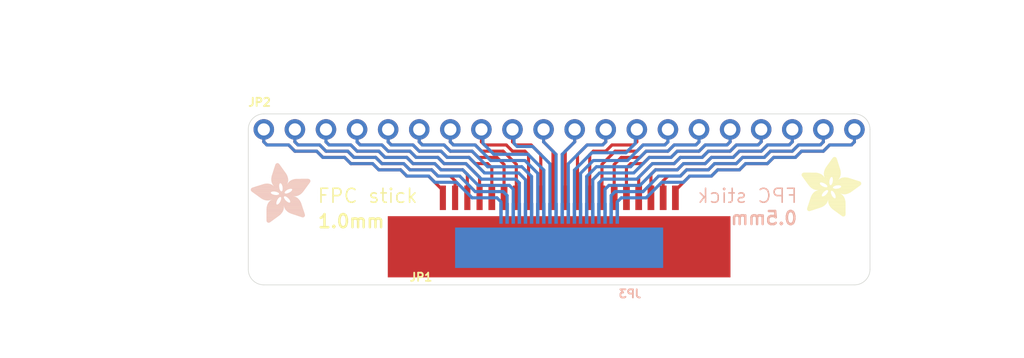
<source format=kicad_pcb>
(kicad_pcb (version 20221018) (generator pcbnew)
  (layers (0 "F.Cu" signal) (31 "B.Cu" signal) (34 "B.Paste" user) (35 "F.Paste" user) (36 "B.SilkS" user "B.Silkscreen") (37 "F.SilkS" user "F.Silkscreen") (38 "B.Mask" user) (39 "F.Mask" user) (44 "Edge.Cuts" user))
  (net 0 "")
  (net 1 "N$1")
  (net 2 "N$2")
  (net 3 "N$3")
  (net 4 "N$4")
  (net 5 "N$5")
  (net 6 "N$6")
  (net 7 "N$7")
  (net 8 "N$8")
  (net 9 "N$9")
  (net 10 "N$10")
  (net 11 "N$11")
  (net 12 "N$12")
  (net 13 "N$13")
  (net 14 "N$14")
  (net 15 "N$15")
  (net 16 "N$16")
  (net 17 "N$17")
  (net 18 "N$18")
  (net 19 "N$19")
  (net 20 "N$20")
  (footprint "" (layer "F.Cu") (at 171.3611 109.4486)
    (fp_text reference "@HOLE1" hide)
    (fp_text value "" (at 0 0) (layer "F.SilkS") (effects (font (size 1.27 1.27))))
    (pad "" np_thru_hole circle (at 0 0) (size 3.2 3.2) (drill 3.2) (layers "*.Cu" "*.Mask"))
  )
  (footprint "" (layer "F.Cu") (at 125.6411 109.4486)
    (fp_text reference "@HOLE0" hide)
    (fp_text value "" (at 0 0) (layer "F.SilkS") (effects (font (size 1.27 1.27))))
    (pad "" np_thru_hole circle (at 0 0) (size 3.2 3.2) (drill 3.2) (layers "*.Cu" "*.Mask"))
  )
  (footprint "working:1X20_ROUND" (layer "F.Cu") (at 148.5011 99.2886)
    (fp_text reference "JP2" (at -25.4762 -1.8288) (layer "F.SilkS") (effects (font (size 0.666496 0.666496) (thickness 0.146304)) (justify left bottom)))
    (fp_text value "")
    (pad "1" thru_hole circle (at -24.13 0 90) (size 1.6764 1.6764) (drill 1) (layers "*.Cu" "*.Mask") (net 1 "N$1"))
    (pad "2" thru_hole circle (at -21.59 0 90) (size 1.6764 1.6764) (drill 1) (layers "*.Cu" "*.Mask") (net 2 "N$2"))
    (pad "3" thru_hole circle (at -19.05 0 90) (size 1.6764 1.6764) (drill 1) (layers "*.Cu" "*.Mask") (net 3 "N$3"))
    (pad "4" thru_hole circle (at -16.51 0 90) (size 1.6764 1.6764) (drill 1) (layers "*.Cu" "*.Mask") (net 4 "N$4"))
    (pad "5" thru_hole circle (at -13.97 0 90) (size 1.6764 1.6764) (drill 1) (layers "*.Cu" "*.Mask") (net 5 "N$5"))
    (pad "6" thru_hole circle (at -11.43 0 90) (size 1.6764 1.6764) (drill 1) (layers "*.Cu" "*.Mask") (net 6 "N$6"))
    (pad "7" thru_hole circle (at -8.89 0 90) (size 1.6764 1.6764) (drill 1) (layers "*.Cu" "*.Mask") (net 7 "N$7"))
    (pad "8" thru_hole circle (at -6.35 0 90) (size 1.6764 1.6764) (drill 1) (layers "*.Cu" "*.Mask") (net 8 "N$8"))
    (pad "9" thru_hole circle (at -3.81 0 90) (size 1.6764 1.6764) (drill 1) (layers "*.Cu" "*.Mask") (net 9 "N$9"))
    (pad "10" thru_hole circle (at -1.27 0 90) (size 1.6764 1.6764) (drill 1) (layers "*.Cu" "*.Mask") (net 10 "N$10"))
    (pad "11" thru_hole circle (at 1.27 0 90) (size 1.6764 1.6764) (drill 1) (layers "*.Cu" "*.Mask") (net 11 "N$11"))
    (pad "12" thru_hole circle (at 3.81 0 90) (size 1.6764 1.6764) (drill 1) (layers "*.Cu" "*.Mask") (net 12 "N$12"))
    (pad "13" thru_hole circle (at 6.35 0 90) (size 1.6764 1.6764) (drill 1) (layers "*.Cu" "*.Mask") (net 13 "N$13"))
    (pad "14" thru_hole circle (at 8.89 0 90) (size 1.6764 1.6764) (drill 1) (layers "*.Cu" "*.Mask") (net 14 "N$14"))
    (pad "15" thru_hole circle (at 11.43 0 90) (size 1.6764 1.6764) (drill 1) (layers "*.Cu" "*.Mask") (net 15 "N$15"))
    (pad "16" thru_hole circle (at 13.97 0 90) (size 1.6764 1.6764) (drill 1) (layers "*.Cu" "*.Mask") (net 16 "N$16"))
    (pad "17" thru_hole circle (at 16.51 0 90) (size 1.6764 1.6764) (drill 1) (layers "*.Cu" "*.Mask") (net 17 "N$17"))
    (pad "18" thru_hole circle (at 19.05 0 90) (size 1.6764 1.6764) (drill 1) (layers "*.Cu" "*.Mask") (net 18 "N$18"))
    (pad "19" thru_hole circle (at 21.59 0 90) (size 1.6764 1.6764) (drill 1) (layers "*.Cu" "*.Mask") (net 19 "N$19"))
    (pad "20" thru_hole circle (at 24.13 0 90) (size 1.6764 1.6764) (drill 1) (layers "*.Cu" "*.Mask") (net 20 "N$20"))
  )
  (footprint "working:ADAFRUIT_5MM" (layer "F.Cu") (at 168.3131 106.4006)
    (fp_text reference "U$2" hide)
    (fp_text value "" hide)
  )
  (footprint "working:FPC_GENERIC_1.0MM_20PIN" (layer "F.Cu") (at 148.5011 104.8766)
    (fp_text reference "JP1" (at -12.286 6.873) (layer "F.SilkS") (effects (font (size 0.666496 0.666496) (thickness 0.146304)) (justify left bottom)))
    (fp_text value "")
    (pad "P$1" smd rect (at -9.5 0) (size 0.5 2) (layers "F.Cu" "F.Paste" "F.Mask") (net 1 "N$1"))
    (pad "P$2" smd rect (at -8.5 0) (size 0.5 2) (layers "F.Cu" "F.Paste" "F.Mask") (net 2 "N$2"))
    (pad "P$3" smd rect (at -7.5 0) (size 0.5 2) (layers "F.Cu" "F.Paste" "F.Mask") (net 3 "N$3"))
    (pad "P$4" smd rect (at -6.5 0) (size 0.5 2) (layers "F.Cu" "F.Paste" "F.Mask") (net 4 "N$4"))
    (pad "P$5" smd rect (at -5.5 0) (size 0.55 2) (layers "F.Cu" "F.Paste" "F.Mask") (net 5 "N$5"))
    (pad "P$6" smd rect (at -4.5 0) (size 0.55 2) (layers "F.Cu" "F.Paste" "F.Mask") (net 6 "N$6"))
    (pad "P$7" smd rect (at -3.5 0) (size 0.55 2) (layers "F.Cu" "F.Paste" "F.Mask") (net 7 "N$7"))
    (pad "P$8" smd rect (at -2.5 0) (size 0.55 2) (layers "F.Cu" "F.Paste" "F.Mask") (net 8 "N$8"))
    (pad "P$9" smd rect (at -1.5 0) (size 0.55 2) (layers "F.Cu" "F.Paste" "F.Mask") (net 9 "N$9"))
    (pad "P$10" smd rect (at -0.5 0) (size 0.55 2) (layers "F.Cu" "F.Paste" "F.Mask") (net 10 "N$10"))
    (pad "P$11" smd rect (at 0.5 0) (size 0.55 2) (layers "F.Cu" "F.Paste" "F.Mask") (net 11 "N$11"))
    (pad "P$12" smd rect (at 1.5 0) (size 0.55 2) (layers "F.Cu" "F.Paste" "F.Mask") (net 12 "N$12"))
    (pad "P$13" smd rect (at 2.5 0) (size 0.55 2) (layers "F.Cu" "F.Paste" "F.Mask") (net 13 "N$13"))
    (pad "P$14" smd rect (at 3.5 0) (size 0.55 2) (layers "F.Cu" "F.Paste" "F.Mask") (net 14 "N$14"))
    (pad "P$15" smd rect (at 4.5 0) (size 0.55 2) (layers "F.Cu" "F.Paste" "F.Mask") (net 15 "N$15"))
    (pad "P$16" smd rect (at 5.5 0) (size 0.55 2) (layers "F.Cu" "F.Paste" "F.Mask") (net 16 "N$16"))
    (pad "P$17" smd rect (at 6.5 0) (size 0.55 2) (layers "F.Cu" "F.Paste" "F.Mask") (net 17 "N$17"))
    (pad "P$18" smd rect (at 7.5 0) (size 0.55 2) (layers "F.Cu" "F.Paste" "F.Mask") (net 18 "N$18"))
    (pad "P$19" smd rect (at 8.5 0) (size 0.55 2) (layers "F.Cu" "F.Paste" "F.Mask") (net 19 "N$19"))
    (pad "P$20" smd rect (at 9.5 0) (size 0.55 2) (layers "F.Cu" "F.Paste" "F.Mask") (net 20 "N$20"))
    (pad "SUPPORT" smd rect (at 0 4) (size 28 5) (layers "F.Cu" "F.Paste" "F.Mask"))
  )
  (footprint "working:FPC_GENERIC_0.5MM_20PIN" (layer "B.Cu") (at 148.5011 109.9566 180)
    (fp_text reference "JP3" (at -4.786 -2.373) (layer "B.SilkS") (effects (font (size 0.666496 0.666496) (thickness 0.146304)) (justify right top mirror)))
    (fp_text value "")
    (pad "P$1" smd rect (at 4.75 3.81) (size 0.28 1.7) (layers "B.Cu" "B.Paste" "B.Mask") (net 1 "N$1"))
    (pad "P$2" smd rect (at 4.25 3.81) (size 0.28 1.7) (layers "B.Cu" "B.Paste" "B.Mask") (net 2 "N$2"))
    (pad "P$3" smd rect (at 3.75 3.81) (size 0.28 1.7) (layers "B.Cu" "B.Paste" "B.Mask") (net 3 "N$3"))
    (pad "P$4" smd rect (at 3.25 3.81) (size 0.28 1.7) (layers "B.Cu" "B.Paste" "B.Mask") (net 4 "N$4"))
    (pad "P$5" smd rect (at 2.75 3.81) (size 0.28 1.7) (layers "B.Cu" "B.Paste" "B.Mask") (net 5 "N$5"))
    (pad "P$6" smd rect (at 2.25 3.81) (size 0.28 1.7) (layers "B.Cu" "B.Paste" "B.Mask") (net 6 "N$6"))
    (pad "P$7" smd rect (at 1.75 3.81) (size 0.28 1.7) (layers "B.Cu" "B.Paste" "B.Mask") (net 7 "N$7"))
    (pad "P$8" smd rect (at 1.25 3.81) (size 0.28 1.7) (layers "B.Cu" "B.Paste" "B.Mask") (net 8 "N$8"))
    (pad "P$9" smd rect (at 0.75 3.81) (size 0.28 1.7) (layers "B.Cu" "B.Paste" "B.Mask") (net 9 "N$9"))
    (pad "P$10" smd rect (at 0.25 3.81) (size 0.28 1.7) (layers "B.Cu" "B.Paste" "B.Mask") (net 10 "N$10"))
    (pad "P$11" smd rect (at -0.25 3.81) (size 0.28 1.7) (layers "B.Cu" "B.Paste" "B.Mask") (net 11 "N$11"))
    (pad "P$12" smd rect (at -0.75 3.81) (size 0.28 1.7) (layers "B.Cu" "B.Paste" "B.Mask") (net 12 "N$12"))
    (pad "P$13" smd rect (at -1.25 3.81) (size 0.28 1.7) (layers "B.Cu" "B.Paste" "B.Mask") (net 13 "N$13"))
    (pad "P$14" smd rect (at -1.75 3.81) (size 0.28 1.7) (layers "B.Cu" "B.Paste" "B.Mask") (net 14 "N$14"))
    (pad "P$15" smd rect (at -2.25 3.81) (size 0.28 1.7) (layers "B.Cu" "B.Paste" "B.Mask") (net 15 "N$15"))
    (pad "P$16" smd rect (at -2.75 3.81) (size 0.28 1.7) (layers "B.Cu" "B.Paste" "B.Mask") (net 16 "N$16"))
    (pad "P$17" smd rect (at -3.25 3.81) (size 0.28 1.7) (layers "B.Cu" "B.Paste" "B.Mask") (net 17 "N$17"))
    (pad "P$18" smd rect (at -3.75 3.81) (size 0.28 1.7) (layers "B.Cu" "B.Paste" "B.Mask") (net 18 "N$18"))
    (pad "P$19" smd rect (at -4.25 3.81) (size 0.28 1.7) (layers "B.Cu" "B.Paste" "B.Mask") (net 19 "N$19"))
    (pad "P$20" smd rect (at -4.75 3.81) (size 0.28 1.7) (layers "B.Cu" "B.Paste" "B.Mask") (net 20 "N$20"))
    (pad "SUPPORT" smd rect (at 0 1) (size 17 3.3) (layers "B.Cu" "B.Paste" "B.Mask"))
  )
  (footprint "working:ADAFRUIT_5MM" (layer "B.Cu") (at 128.1811 106.9086 180)
    (fp_text reference "U$3" hide)
    (fp_text value "" hide)
  )
  (gr_line (start 124.3711 111.9886) (end 172.6311 111.9886) (stroke (width 0.05)) (layer "Edge.Cuts"))
  (gr_line (start 173.9011 110.7186) (end 173.9011 99.2886) (stroke (width 0.05)) (layer "Edge.Cuts"))
  (gr_arc (start 123.1011 99.2886) (mid 123.473074 98.390574) (end 124.3711 98.0186) (stroke (width 0.05)) (layer "Edge.Cuts"))
  (gr_line (start 123.1011 99.2886) (end 123.1011 110.7186) (stroke (width 0.05)) (layer "Edge.Cuts"))
  (gr_line (start 172.6311 98.0186) (end 124.3711 98.0186) (stroke (width 0.05)) (layer "Edge.Cuts"))
  (gr_arc (start 124.3711 111.9886) (mid 123.473074 111.616626) (end 123.1011 110.7186) (stroke (width 0.05)) (layer "Edge.Cuts"))
  (gr_arc (start 173.9011 110.7186) (mid 173.529126 111.616626) (end 172.6311 111.9886) (stroke (width 0.05)) (layer "Edge.Cuts"))
  (gr_arc (start 172.6311 98.0186) (mid 173.529126 98.390574) (end 173.9011 99.2886) (stroke (width 0.05)) (layer "Edge.Cuts"))
  (gr_text "FPC stick" (at 168.0591 105.3846) (layer "B.SilkS") (effects (font (size 1.143 1.143) (thickness 0.127)) (justify left bottom mirror)))
  (gr_text "0.5mm" (at 168.0591 107.1626) (layer "B.SilkS") (effects (font (size 1.0668 1.0668) (thickness 0.2032)) (justify left bottom mirror)))
  (gr_text "1.0mm" (at 128.6891 107.4166) (layer "F.SilkS") (effects (font (size 1.0668 1.0668) (thickness 0.2032)) (justify left bottom)))
  (gr_text "FPC stick" (at 128.6891 105.3846) (layer "F.SilkS") (effects (font (size 1.143 1.143) (thickness 0.127)) (justify left bottom)))
  (segment (start 126.4031 100.5586) (end 124.6251 100.5586) (width 0.254) (layer "F.Cu") (net 1))
  (segment (start 124.6251 100.5586) (end 124.3711 100.3046) (width 0.254) (layer "F.Cu") (net 1))
  (segment (start 139.0011 104.8766) (end 139.0011 104.2666) (width 0.254) (layer "F.Cu") (net 1))
  (segment (start 128.6891 101.0666) (end 126.9111 101.0666) (width 0.254) (layer "F.Cu") (net 1))
  (segment (start 130.9751 101.5746) (end 129.1971 101.5746) (width 0.254) (layer "F.Cu") (net 1))
  (segment (start 135.5471 102.5906) (end 133.7691 102.5906) (width 0.254) (layer "F.Cu") (net 1))
  (segment (start 139.0011 104.2666) (end 137.8331 103.0986) (width 0.254) (layer "F.Cu") (net 1))
  (segment (start 129.1971 101.5746) (end 128.6891 101.0666) (width 0.254) (layer "F.Cu") (net 1))
  (segment (start 133.2611 102.0826) (end 131.4831 102.0826) (width 0.254) (layer "F.Cu") (net 1))
  (segment (start 126.9111 101.0666) (end 126.4031 100.5586) (width 0.254) (layer "F.Cu") (net 1))
  (segment (start 137.8331 103.0986) (end 136.0551 103.0986) (width 0.254) (layer "F.Cu") (net 1))
  (segment (start 133.7691 102.5906) (end 133.2611 102.0826) (width 0.254) (layer "F.Cu") (net 1))
  (segment (start 124.3711 100.3046) (end 124.3711 99.2886) (width 0.254) (layer "F.Cu") (net 1))
  (segment (start 131.4831 102.0826) (end 130.9751 101.5746) (width 0.254) (layer "F.Cu") (net 1))
  (segment (start 136.0551 103.0986) (end 135.5471 102.5906) (width 0.254) (layer "F.Cu") (net 1))
  (segment (start 131.4831 102.0826) (end 130.9751 101.5746) (width 0.254) (layer "B.Cu") (net 1))
  (segment (start 143.7511 105.2066) (end 143.4211 104.8766) (width 0.254) (layer "B.Cu") (net 1))
  (segment (start 130.9751 101.5746) (end 129.1971 101.5746) (width 0.254) (layer "B.Cu") (net 1))
  (segment (start 138.3411 103.6066) (end 137.8331 103.0986) (width 0.254) (layer "B.Cu") (net 1))
  (segment (start 137.8331 103.0986) (end 136.0551 103.0986) (width 0.254) (layer "B.Cu") (net 1))
  (segment (start 140.1191 103.6066) (end 138.3411 103.6066) (width 0.254) (layer "B.Cu") (net 1))
  (segment (start 126.9111 101.0666) (end 126.4031 100.5586) (width 0.254) (layer "B.Cu") (net 1))
  (segment (start 141.3891 104.8766) (end 140.1191 103.6066) (width 0.254) (layer "B.Cu") (net 1))
  (segment (start 133.2611 102.0826) (end 131.4831 102.0826) (width 0.254) (layer "B.Cu") (net 1))
  (segment (start 133.7691 102.5906) (end 133.2611 102.0826) (width 0.254) (layer "B.Cu") (net 1))
  (segment (start 124.3711 100.3046) (end 124.3711 99.2886) (width 0.254) (layer "B.Cu") (net 1))
  (segment (start 143.4211 104.8766) (end 141.3891 104.8766) (width 0.254) (layer "B.Cu") (net 1))
  (segment (start 124.6251 100.5586) (end 124.3711 100.3046) (width 0.254) (layer "B.Cu") (net 1))
  (segment (start 136.0551 103.0986) (end 135.5471 102.5906) (width 0.254) (layer "B.Cu") (net 1))
  (segment (start 135.5471 102.5906) (end 133.7691 102.5906) (width 0.254) (layer "B.Cu") (net 1))
  (segment (start 129.1971 101.5746) (end 128.6891 101.0666) (width 0.254) (layer "B.Cu") (net 1))
  (segment (start 128.6891 101.0666) (end 126.9111 101.0666) (width 0.254) (layer "B.Cu") (net 1))
  (segment (start 143.7511 106.1466) (end 143.7511 105.2066) (width 0.254) (layer "B.Cu") (net 1))
  (segment (start 126.4031 100.5586) (end 124.6251 100.5586) (width 0.254) (layer "B.Cu") (net 1))
  (segment (start 140.0011 103.4886) (end 139.6111 103.0986) (width 0.254) (layer "F.Cu") (net 2))
  (segment (start 127.1651 100.5586) (end 126.9111 100.3046) (width 0.254) (layer "F.Cu") (net 2))
  (segment (start 138.5951 103.0986) (end 138.0871 102.5906) (width 0.254) (layer "F.Cu") (net 2))
  (segment (start 126.9111 100.3046) (end 126.9111 99.2886) (width 0.254) (layer "F.Cu") (net 2))
  (segment (start 133.5151 101.5746) (end 131.7371 101.5746) (width 0.254) (layer "F.Cu") (net 2))
  (segment (start 138.0871 102.5906) (end 136.3091 102.5906) (width 0.254) (layer "F.Cu") (net 2))
  (segment (start 131.2291 101.0666) (end 129.4511 101.0666) (width 0.254) (layer "F.Cu") (net 2))
  (segment (start 131.7371 101.5746) (end 131.2291 101.0666) (width 0.254) (layer "F.Cu") (net 2))
  (segment (start 135.8011 102.0826) (end 134.0231 102.0826) (width 0.254) (layer "F.Cu") (net 2))
  (segment (start 129.4511 101.0666) (end 128.9431 100.5586) (width 0.254) (layer "F.Cu") (net 2))
  (segment (start 128.9431 100.5586) (end 127.1651 100.5586) (width 0.254) (layer "F.Cu") (net 2))
  (segment (start 134.0231 102.0826) (end 133.5151 101.5746) (width 0.254) (layer "F.Cu") (net 2))
  (segment (start 140.0011 104.8766) (end 140.0011 103.4886) (width 0.254) (layer "F.Cu") (net 2))
  (segment (start 139.6111 103.0986) (end 138.5951 103.0986) (width 0.254) (layer "F.Cu") (net 2))
  (segment (start 136.3091 102.5906) (end 135.8011 102.0826) (width 0.254) (layer "F.Cu") (net 2))
  (segment (start 143.9291 104.3686) (end 141.6431 104.3686) (width 0.254) (layer "B.Cu") (net 2))
  (segment (start 131.7371 101.5746) (end 131.2291 101.0666) (width 0.254) (layer "B.Cu") (net 2))
  (segment (start 138.0871 102.5906) (end 136.3091 102.5906) (width 0.254) (layer "B.Cu") (net 2))
  (segment (start 144.2511 104.6906) (end 143.9291 104.3686) (width 0.254) (layer "B.Cu") (net 2))
  (segment (start 133.5151 101.5746) (end 131.7371 101.5746) (width 0.254) (layer "B.Cu") (net 2))
  (segment (start 138.5951 103.0986) (end 138.0871 102.5906) (width 0.254) (layer "B.Cu") (net 2))
  (segment (start 134.0231 102.0826) (end 133.5151 101.5746) (width 0.254) (layer "B.Cu") (net 2))
  (segment (start 129.4511 101.0666) (end 128.9431 100.5586) (width 0.254) (layer "B.Cu") (net 2))
  (segment (start 144.2511 106.1466) (end 144.2511 104.6906) (width 0.254) (layer "B.Cu") (net 2))
  (segment (start 128.9431 100.5586) (end 127.1651 100.5586) (width 0.254) (layer "B.Cu") (net 2))
  (segment (start 141.6431 104.3686) (end 140.3731 103.0986) (width 0.254) (layer "B.Cu") (net 2))
  (segment (start 126.9111 100.3046) (end 126.9111 99.2886) (width 0.254) (layer "B.Cu") (net 2))
  (segment (start 140.3731 103.0986) (end 138.5951 103.0986) (width 0.254) (layer "B.Cu") (net 2))
  (segment (start 135.8011 102.0826) (end 134.0231 102.0826) (width 0.254) (layer "B.Cu") (net 2))
  (segment (start 136.3091 102.5906) (end 135.8011 102.0826) (width 0.254) (layer "B.Cu") (net 2))
  (segment (start 127.1651 100.5586) (end 126.9111 100.3046) (width 0.254) (layer "B.Cu") (net 2))
  (segment (start 131.2291 101.0666) (end 129.4511 101.0666) (width 0.254) (layer "B.Cu") (net 2))
  (segment (start 136.5631 102.0826) (end 136.0551 101.5746) (width 0.254) (layer "F.Cu") (net 3))
  (segment (start 129.7051 100.5586) (end 129.4511 100.3046) (width 0.254) (layer "F.Cu") (net 3))
  (segment (start 141.0011 104.8766) (end 141.0011 102.9646) (width 0.254) (layer "F.Cu") (net 3))
  (segment (start 131.9911 101.0666) (end 131.4831 100.5586) (width 0.254) (layer "F.Cu") (net 3))
  (segment (start 138.8491 102.5906) (end 138.3411 102.0826) (width 0.254) (layer "F.Cu") (net 3))
  (segment (start 141.0011 102.9646) (end 140.6271 102.5906) (width 0.254) (layer "F.Cu") (net 3))
  (segment (start 140.6271 102.5906) (end 138.8491 102.5906) (width 0.254) (layer "F.Cu") (net 3))
  (segment (start 129.4511 100.3046) (end 129.4511 99.2886) (width 0.254) (layer "F.Cu") (net 3))
  (segment (start 138.3411 102.0826) (end 136.5631 102.0826) (width 0.254) (layer "F.Cu") (net 3))
  (segment (start 136.0551 101.5746) (end 134.2771 101.5746) (width 0.254) (layer "F.Cu") (net 3))
  (segment (start 134.2771 101.5746) (end 133.7691 101.0666) (width 0.254) (layer "F.Cu") (net 3))
  (segment (start 131.4831 100.5586) (end 129.7051 100.5586) (width 0.254) (layer "F.Cu") (net 3))
  (segment (start 133.7691 101.0666) (end 131.9911 101.0666) (width 0.254) (layer "F.Cu") (net 3))
  (segment (start 131.9911 101.0666) (end 131.4831 100.5586) (width 0.254) (layer "B.Cu") (net 3))
  (segment (start 133.7691 101.0666) (end 131.9911 101.0666) (width 0.254) (layer "B.Cu") (net 3))
  (segment (start 144.4371 103.8606) (end 141.8971 103.8606) (width 0.254) (layer "B.Cu") (net 3))
  (segment (start 144.7511 104.1746) (end 144.4371 103.8606) (width 0.254) (layer "B.Cu") (net 3))
  (segment (start 140.6271 102.5906) (end 138.8491 102.5906) (width 0.254) (layer "B.Cu") (net 3))
  (segment (start 136.0551 101.5746) (end 134.2771 101.5746) (width 0.254) (layer "B.Cu") (net 3))
  (segment (start 129.4511 100.3046) (end 129.4511 99.2886) (width 0.254) (layer "B.Cu") (net 3))
  (segment (start 138.8491 102.5906) (end 138.3411 102.0826) (width 0.254) (layer "B.Cu") (net 3))
  (segment (start 136.5631 102.0826) (end 136.0551 101.5746) (width 0.254) (layer "B.Cu") (net 3))
  (segment (start 134.2771 101.5746) (end 133.7691 101.0666) (width 0.254) (layer "B.Cu") (net 3))
  (segment (start 131.4831 100.5586) (end 129.7051 100.5586) (width 0.254) (layer "B.Cu") (net 3))
  (segment (start 141.8971 103.8606) (end 140.6271 102.5906) (width 0.254) (layer "B.Cu") (net 3))
  (segment (start 129.7051 100.5586) (end 129.4511 100.3046) (width 0.254) (layer "B.Cu") (net 3))
  (segment (start 144.7511 106.1466) (end 144.7511 104.1746) (width 0.254) (layer "B.Cu") (net 3))
  (segment (start 138.3411 102.0826) (end 136.5631 102.0826) (width 0.254) (layer "B.Cu") (net 3))
  (segment (start 142.0011 104.8766) (end 142.0011 103.2026) (width 0.254) (layer "F.Cu") (net 4))
  (segment (start 136.3091 101.0666) (end 134.5311 101.0666) (width 0.254) (layer "F.Cu") (net 4))
  (segment (start 140.8811 102.0826) (end 139.1031 102.0826) (width 0.254) (layer "F.Cu") (net 4))
  (segment (start 132.2451 100.5586) (end 131.9911 100.3046) (width 0.254) (layer "F.Cu") (net 4))
  (segment (start 136.8171 101.5746) (end 136.3091 101.0666) (width 0.254) (layer "F.Cu") (net 4))
  (segment (start 131.9911 100.3046) (end 131.9911 99.2886) (width 0.254) (layer "F.Cu") (net 4))
  (segment (start 142.0011 103.2026) (end 140.8811 102.0826) (width 0.254) (layer "F.Cu") (net 4))
  (segment (start 139.1031 102.0826) (end 138.5951 101.5746) (width 0.254) (layer "F.Cu") (net 4))
  (segment (start 134.5311 101.0666) (end 134.0231 100.5586) (width 0.254) (layer "F.Cu") (net 4))
  (segment (start 134.0231 100.5586) (end 132.2451 100.5586) (width 0.254) (layer "F.Cu") (net 4))
  (segment (start 138.5951 101.5746) (end 136.8171 101.5746) (width 0.254) (layer "F.Cu") (net 4))
  (segment (start 132.2451 100.5586) (end 131.9911 100.3046) (width 0.254) (layer "B.Cu") (net 4))
  (segment (start 145.2511 106.1466) (end 145.2511 103.6586) (width 0.254) (layer "B.Cu") (net 4))
  (segment (start 136.3091 101.0666) (end 134.5311 101.0666) (width 0.254) (layer "B.Cu") (net 4))
  (segment (start 142.1511 103.3526) (end 140.8811 102.0826) (width 0.254) (layer "B.Cu") (net 4))
  (segment (start 131.9911 100.3046) (end 131.9911 99.2886) (width 0.254) (layer "B.Cu") (net 4))
  (segment (start 134.0231 100.5586) (end 132.2451 100.5586) (width 0.254) (layer "B.Cu") (net 4))
  (segment (start 134.5311 101.0666) (end 134.0231 100.5586) (width 0.254) (layer "B.Cu") (net 4))
  (segment (start 136.8171 101.5746) (end 136.3091 101.0666) (width 0.254) (layer "B.Cu") (net 4))
  (segment (start 138.5951 101.5746) (end 136.8171 101.5746) (width 0.254) (layer "B.Cu") (net 4))
  (segment (start 140.8811 102.0826) (end 139.1031 102.0826) (width 0.254) (layer "B.Cu") (net 4))
  (segment (start 139.1031 102.0826) (end 138.5951 101.5746) (width 0.254) (layer "B.Cu") (net 4))
  (segment (start 145.2511 103.6586) (end 144.9451 103.3526) (width 0.254) (layer "B.Cu") (net 4))
  (segment (start 144.9451 103.3526) (end 142.1511 103.3526) (width 0.254) (layer "B.Cu") (net 4))
  (segment (start 143.0011 102.4246) (end 142.6591 102.0826) (width 0.254) (layer "F.Cu") (net 5))
  (segment (start 137.0711 101.0666) (end 136.5631 100.5586) (width 0.254) (layer "F.Cu") (net 5))
  (segment (start 143.0011 104.8766) (end 143.0011 102.4246) (width 0.254) (layer "F.Cu") (net 5))
  (segment (start 134.5311 100.3046) (end 134.5311 99.2886) (width 0.254) (layer "F.Cu") (net 5))
  (segment (start 142.6591 102.0826) (end 141.6431 102.0826) (width 0.254) (layer "F.Cu") (net 5))
  (segment (start 141.1351 101.5746) (end 139.3571 101.5746) (width 0.254) (layer "F.Cu") (net 5))
  (segment (start 134.7851 100.5586) (end 134.5311 100.3046) (width 0.254) (layer "F.Cu") (net 5))
  (segment (start 138.8491 101.0666) (end 137.0711 101.0666) (width 0.254) (layer "F.Cu") (net 5))
  (segment (start 141.6431 102.0826) (end 141.1351 101.5746) (width 0.254) (layer "F.Cu") (net 5))
  (segment (start 139.3571 101.5746) (end 138.8491 101.0666) (width 0.254) (layer "F.Cu") (net 5))
  (segment (start 136.5631 100.5586) (end 134.7851 100.5586) (width 0.254) (layer "F.Cu") (net 5))
  (segment (start 138.8491 101.0666) (end 137.0711 101.0666) (width 0.254) (layer "B.Cu") (net 5))
  (segment (start 145.7511 103.3966) (end 145.1991 102.8446) (width 0.254) (layer "B.Cu") (net 5))
  (segment (start 142.4051 102.8446) (end 141.1351 101.5746) (width 0.254) (layer "B.Cu") (net 5))
  (segment (start 145.7511 106.1466) (end 145.7511 103.3966) (width 0.254) (layer "B.Cu") (net 5))
  (segment (start 134.7851 100.5586) (end 134.5311 100.3046) (width 0.254) (layer "B.Cu") (net 5))
  (segment (start 134.5311 100.3046) (end 134.5311 99.2886) (width 0.254) (layer "B.Cu") (net 5))
  (segment (start 145.1991 102.8446) (end 142.4051 102.8446) (width 0.254) (layer "B.Cu") (net 5))
  (segment (start 137.0711 101.0666) (end 136.5631 100.5586) (width 0.254) (layer "B.Cu") (net 5))
  (segment (start 136.5631 100.5586) (end 134.7851 100.5586) (width 0.254) (layer "B.Cu") (net 5))
  (segment (start 141.1351 101.5746) (end 139.3571 101.5746) (width 0.254) (layer "B.Cu") (net 5))
  (segment (start 139.3571 101.5746) (end 138.8491 101.0666) (width 0.254) (layer "B.Cu") (net 5))
  (segment (start 144.0011 104.8766) (end 144.0011 102.1546) (width 0.254) (layer "F.Cu") (net 6))
  (segment (start 139.6111 101.0666) (end 139.1031 100.5586) (width 0.254) (layer "F.Cu") (net 6))
  (segment (start 141.8971 101.5746) (end 141.3891 101.0666) (width 0.254) (layer "F.Cu") (net 6))
  (segment (start 137.3251 100.5586) (end 137.0711 100.3046) (width 0.254) (layer "F.Cu") (net 6))
  (segment (start 139.1031 100.5586) (end 137.3251 100.5586) (width 0.254) (layer "F.Cu") (net 6))
  (segment (start 143.4211 101.5746) (end 141.8971 101.5746) (width 0.254) (layer "F.Cu") (net 6))
  (segment (start 141.3891 101.0666) (end 139.6111 101.0666) (width 0.254) (layer "F.Cu") (net 6))
  (segment (start 137.0711 100.3046) (end 137.0711 99.2886) (width 0.254) (layer "F.Cu") (net 6))
  (segment (start 144.0011 102.1546) (end 143.4211 101.5746) (width 0.254) (layer "F.Cu") (net 6))
  (segment (start 137.3251 100.5586) (end 137.0711 100.3046) (width 0.254) (layer "B.Cu") (net 6))
  (segment (start 142.6591 102.3366) (end 141.3891 101.0666) (width 0.254) (layer "B.Cu") (net 6))
  (segment (start 141.3891 101.0666) (end 139.6111 101.0666) (width 0.254) (layer "B.Cu") (net 6))
  (segment (start 139.1031 100.5586) (end 137.3251 100.5586) (width 0.254) (layer "B.Cu") (net 6))
  (segment (start 139.6111 101.0666) (end 139.1031 100.5586) (width 0.254) (layer "B.Cu") (net 6))
  (segment (start 146.2511 106.1466) (end 146.2511 103.1346) (width 0.254) (layer "B.Cu") (net 6))
  (segment (start 137.0711 100.3046) (end 137.0711 99.2886) (width 0.254) (layer "B.Cu") (net 6))
  (segment (start 146.2511 103.1346) (end 145.4531 102.3366) (width 0.254) (layer "B.Cu") (net 6))
  (segment (start 145.4531 102.3366) (end 142.6591 102.3366) (width 0.254) (layer "B.Cu") (net 6))
  (segment (start 139.6111 100.3046) (end 139.6111 99.2886) (width 0.254) (layer "F.Cu") (net 7))
  (segment (start 139.8651 100.5586) (end 139.6111 100.3046) (width 0.254) (layer "F.Cu") (net 7))
  (segment (start 141.6431 100.5586) (end 139.8651 100.5586) (width 0.254) (layer "F.Cu") (net 7))
  (segment (start 145.0011 104.8766) (end 145.0011 102.1386) (width 0.254) (layer "F.Cu") (net 7))
  (segment (start 142.1511 101.0666) (end 141.6431 100.5586) (width 0.254) (layer "F.Cu") (net 7))
  (segment (start 145.0011 102.1386) (end 143.9291 101.0666) (width 0.254) (layer "F.Cu") (net 7))
  (segment (start 143.9291 101.0666) (end 142.1511 101.0666) (width 0.254) (layer "F.Cu") (net 7))
  (segment (start 146.7511 102.8726) (end 145.7071 101.8286) (width 0.254) (layer "B.Cu") (net 7))
  (segment (start 139.6111 100.3046) (end 139.6111 99.2886) (width 0.254) (layer "B.Cu") (net 7))
  (segment (start 146.7511 106.1466) (end 146.7511 102.8726) (width 0.254) (layer "B.Cu") (net 7))
  (segment (start 142.9131 101.8286) (end 141.6431 100.5586) (width 0.254) (layer "B.Cu") (net 7))
  (segment (start 139.8651 100.5586) (end 139.6111 100.3046) (width 0.254) (layer "B.Cu") (net 7))
  (segment (start 145.7071 101.8286) (end 142.9131 101.8286) (width 0.254) (layer "B.Cu") (net 7))
  (segment (start 141.6431 100.5586) (end 139.8651 100.5586) (width 0.254) (layer "B.Cu") (net 7))
  (segment (start 146.0011 104.8766) (end 146.0011 101.3606) (width 0.254) (layer "F.Cu") (net 8))
  (segment (start 144.1831 100.5586) (end 142.4051 100.5586) (width 0.254) (layer "F.Cu") (net 8))
  (segment (start 142.1511 100.3046) (end 142.1511 99.2886) (width 0.254) (layer "F.Cu") (net 8))
  (segment (start 142.4051 100.5586) (end 142.1511 100.3046) (width 0.254) (layer "F.Cu") (net 8))
  (segment (start 146.0011 101.3606) (end 145.7071 101.0666) (width 0.254) (layer "F.Cu") (net 8))
  (segment (start 144.6911 101.0666) (end 144.1831 100.5586) (width 0.254) (layer "F.Cu") (net 8))
  (segment (start 145.7071 101.0666) (end 144.6911 101.0666) (width 0.254) (layer "F.Cu") (net 8))
  (segment (start 142.2781 100.4316) (end 142.2781 99.4156) (width 0.254) (layer "B.Cu") (net 8))
  (segment (start 147.2511 106.1466) (end 147.2511 102.6106) (width 0.254) (layer "B.Cu") (net 8))
  (segment (start 145.9611 101.3206) (end 143.1671 101.3206) (width 0.254) (layer "B.Cu") (net 8))
  (segment (start 142.2781 99.4156) (end 142.1511 99.2886) (width 0.254) (layer "B.Cu") (net 8))
  (segment (start 143.1671 101.3206) (end 142.2781 100.4316) (width 0.254) (layer "B.Cu") (net 8))
  (segment (start 147.2511 102.6106) (end 145.9611 101.3206) (width 0.254) (layer "B.Cu") (net 8))
  (segment (start 147.0011 104.8766) (end 147.0011 101.3446) (width 0.254) (layer "F.Cu") (net 9))
  (segment (start 147.0011 101.3446) (end 146.2151 100.5586) (width 0.254) (layer "F.Cu") (net 9))
  (segment (start 146.2151 100.5586) (end 144.9451 100.5586) (width 0.254) (layer "F.Cu") (net 9))
  (segment (start 144.6911 100.3046) (end 144.6911 99.2886) (width 0.254) (layer "F.Cu") (net 9))
  (segment (start 144.9451 100.5586) (end 144.6911 100.3046) (width 0.254) (layer "F.Cu") (net 9))
  (segment (start 147.7511 106.1466) (end 147.7511 102.0946) (width 0.254) (layer "B.Cu") (net 9))
  (segment (start 146.3421 100.6856) (end 145.0721 100.6856) (width 0.254) (layer "B.Cu") (net 9))
  (segment (start 145.0721 100.6856) (end 144.8181 100.4316) (width 0.254) (layer "B.Cu") (net 9))
  (segment (start 144.8181 99.4156) (end 144.6911 99.2886) (width 0.254) (layer "B.Cu") (net 9))
  (segment (start 144.8181 100.4316) (end 144.8181 99.4156) (width 0.254) (layer "B.Cu") (net 9))
  (segment (start 147.7511 102.0946) (end 146.3421 100.6856) (width 0.254) (layer "B.Cu") (net 9))
  (segment (start 147.2311 100.3046) (end 147.2311 99.2886) (width 0.254) (layer "F.Cu") (net 10))
  (segment (start 148.0011 104.8766) (end 148.0011 101.0746) (width 0.254) (layer "F.Cu") (net 10))
  (segment (start 148.0011 101.0746) (end 147.2311 100.3046) (width 0.254) (layer "F.Cu") (net 10))
  (segment (start 148.2511 101.3246) (end 147.2311 100.3046) (width 0.254) (layer "B.Cu") (net 10))
  (segment (start 147.2311 100.3046) (end 147.2311 99.2886) (width 0.254) (layer "B.Cu") (net 10))
  (segment (start 148.2511 106.1466) (end 148.2511 101.3246) (width 0.254) (layer "B.Cu") (net 10))
  (segment (start 149.0011 101.0746) (end 149.7711 100.3046) (width 0.254) (layer "F.Cu") (net 11))
  (segment (start 149.7711 100.3046) (end 149.7711 99.2886) (width 0.254) (layer "F.Cu") (net 11))
  (segment (start 149.0011 104.8766) (end 149.0011 101.0746) (width 0.254) (layer "F.Cu") (net 11))
  (segment (start 148.7511 106.1466) (end 148.7511 101.3246) (width 0.254) (layer "B.Cu") (net 11))
  (segment (start 148.7511 101.3246) (end 149.7711 100.3046) (width 0.254) (layer "B.Cu") (net 11))
  (segment (start 149.7711 100.3046) (end 149.7711 99.2886) (width 0.254) (layer "B.Cu") (net 11))
  (segment (start 152.0571 100.5586) (end 152.3111 100.3046) (width 0.254) (layer "F.Cu") (net 12))
  (segment (start 150.0011 104.8766) (end 150.0011 101.3446) (width 0.254) (layer "F.Cu") (net 12))
  (segment (start 152.3111 100.3046) (end 152.3111 99.2886) (width 0.254) (layer "F.Cu") (net 12))
  (segment (start 150.7871 100.5586) (end 152.0571 100.5586) (width 0.254) (layer "F.Cu") (net 12))
  (segment (start 150.0011 101.3446) (end 150.7871 100.5586) (width 0.254) (layer "F.Cu") (net 12))
  (segment (start 149.2511 102.0946) (end 150.7871 100.5586) (width 0.254) (layer "B.Cu") (net 12))
  (segment (start 149.2511 106.1466) (end 149.2511 102.0946) (width 0.254) (layer "B.Cu") (net 12))
  (segment (start 152.0571 100.5586) (end 152.3111 100.3046) (width 0.254) (layer "B.Cu") (net 12))
  (segment (start 150.7871 100.5586) (end 152.0571 100.5586) (width 0.254) (layer "B.Cu") (net 12))
  (segment (start 152.3111 100.3046) (end 152.3111 99.2886) (width 0.254) (layer "B.Cu") (net 12))
  (segment (start 152.8191 100.5586) (end 154.5971 100.5586) (width 0.254) (layer "F.Cu") (net 13))
  (segment (start 154.5971 100.5586) (end 154.8511 100.3046) (width 0.254) (layer "F.Cu") (net 13))
  (segment (start 151.2951 101.0666) (end 152.3111 101.0666) (width 0.254) (layer "F.Cu") (net 13))
  (segment (start 152.3111 101.0666) (end 152.8191 100.5586) (width 0.254) (layer "F.Cu") (net 13))
  (segment (start 151.0011 101.3606) (end 151.2951 101.0666) (width 0.254) (layer "F.Cu") (net 13))
  (segment (start 151.0011 104.8766) (end 151.0011 101.3606) (width 0.254) (layer "F.Cu") (net 13))
  (segment (start 154.8511 100.3046) (end 154.8511 99.2886) (width 0.254) (layer "F.Cu") (net 13))
  (segment (start 153.9621 101.1936) (end 154.7241 100.4316) (width 0.254) (layer "B.Cu") (net 13))
  (segment (start 151.1681 101.1936) (end 153.9621 101.1936) (width 0.254) (layer "B.Cu") (net 13))
  (segment (start 154.7241 99.4156) (end 154.8511 99.2886) (width 0.254) (layer "B.Cu") (net 13))
  (segment (start 149.7511 106.1466) (end 149.7511 102.6106) (width 0.254) (layer "B.Cu") (net 13))
  (segment (start 154.7241 100.4316) (end 154.7241 99.4156) (width 0.254) (layer "B.Cu") (net 13))
  (segment (start 149.7511 102.6106) (end 151.1681 101.1936) (width 0.254) (layer "B.Cu") (net 13))
  (segment (start 152.0011 102.1386) (end 153.0731 101.0666) (width 0.254) (layer "F.Cu") (net 14))
  (segment (start 154.8511 101.0666) (end 155.3591 100.5586) (width 0.254) (layer "F.Cu") (net 14))
  (segment (start 157.1371 100.5586) (end 157.3911 100.3046) (width 0.254) (layer "F.Cu") (net 14))
  (segment (start 152.0011 104.8766) (end 152.0011 102.1386) (width 0.254) (layer "F.Cu") (net 14))
  (segment (start 153.0731 101.0666) (end 154.8511 101.0666) (width 0.254) (layer "F.Cu") (net 14))
  (segment (start 157.3911 100.3046) (end 157.3911 99.2886) (width 0.254) (layer "F.Cu") (net 14))
  (segment (start 155.3591 100.5586) (end 157.1371 100.5586) (width 0.254) (layer "F.Cu") (net 14))
  (segment (start 154.0891 101.8286) (end 155.3591 100.5586) (width 0.254) (layer "B.Cu") (net 14))
  (segment (start 157.3911 100.3046) (end 157.3911 99.2886) (width 0.254) (layer "B.Cu") (net 14))
  (segment (start 151.2951 101.8286) (end 154.0891 101.8286) (width 0.254) (layer "B.Cu") (net 14))
  (segment (start 150.2511 106.1466) (end 150.2511 102.8726) (width 0.254) (layer "B.Cu") (net 14))
  (segment (start 155.3591 100.5586) (end 157.1371 100.5586) (width 0.254) (layer "B.Cu") (net 14))
  (segment (start 150.2511 102.8726) (end 151.2951 101.8286) (width 0.254) (layer "B.Cu") (net 14))
  (segment (start 157.1371 100.5586) (end 157.3911 100.3046) (width 0.254) (layer "B.Cu") (net 14))
  (segment (start 157.3911 101.0666) (end 157.8991 100.5586) (width 0.254) (layer "F.Cu") (net 15))
  (segment (start 155.1051 101.5746) (end 155.6131 101.0666) (width 0.254) (layer "F.Cu") (net 15))
  (segment (start 157.8991 100.5586) (end 159.6771 100.5586) (width 0.254) (layer "F.Cu") (net 15))
  (segment (start 153.0011 104.8766) (end 153.0011 102.1546) (width 0.254) (layer "F.Cu") (net 15))
  (segment (start 153.5811 101.5746) (end 155.1051 101.5746) (width 0.254) (layer "F.Cu") (net 15))
  (segment (start 159.6771 100.5586) (end 159.9311 100.3046) (width 0.254) (layer "F.Cu") (net 15))
  (segment (start 155.6131 101.0666) (end 157.3911 101.0666) (width 0.254) (layer "F.Cu") (net 15))
  (segment (start 153.0011 102.1546) (end 153.5811 101.5746) (width 0.254) (layer "F.Cu") (net 15))
  (segment (start 159.9311 100.3046) (end 159.9311 99.2886) (width 0.254) (layer "F.Cu") (net 15))
  (segment (start 159.6771 100.5586) (end 159.9311 100.3046) (width 0.254) (layer "B.Cu") (net 15))
  (segment (start 151.5491 102.3366) (end 154.3431 102.3366) (width 0.254) (layer "B.Cu") (net 15))
  (segment (start 150.7511 106.1466) (end 150.7511 103.1346) (width 0.254) (layer "B.Cu") (net 15))
  (segment (start 150.7511 103.1346) (end 151.5491 102.3366) (width 0.254) (layer "B.Cu") (net 15))
  (segment (start 157.3911 101.0666) (end 157.8991 100.5586) (width 0.254) (layer "B.Cu") (net 15))
  (segment (start 159.9311 100.3046) (end 159.9311 99.2886) (width 0.254) (layer "B.Cu") (net 15))
  (segment (start 155.6131 101.0666) (end 157.3911 101.0666) (width 0.254) (layer "B.Cu") (net 15))
  (segment (start 154.3431 102.3366) (end 155.6131 101.0666) (width 0.254) (layer "B.Cu") (net 15))
  (segment (start 157.8991 100.5586) (end 159.6771 100.5586) (width 0.254) (layer "B.Cu") (net 15))
  (segment (start 155.8671 101.5746) (end 157.6451 101.5746) (width 0.254) (layer "F.Cu") (net 16))
  (segment (start 154.0011 104.8766) (end 154.0011 102.4246) (width 0.254) (layer "F.Cu") (net 16))
  (segment (start 160.4391 100.5586) (end 162.2171 100.5586) (width 0.254) (layer "F.Cu") (net 16))
  (segment (start 162.2171 100.5586) (end 162.4711 100.3046) (width 0.254) (layer "F.Cu") (net 16))
  (segment (start 154.0011 102.4246) (end 154.3431 102.0826) (width 0.254) (layer "F.Cu") (net 16))
  (segment (start 154.3431 102.0826) (end 155.3591 102.0826) (width 0.254) (layer "F.Cu") (net 16))
  (segment (start 155.3591 102.0826) (end 155.8671 101.5746) (width 0.254) (layer "F.Cu") (net 16))
  (segment (start 157.6451 101.5746) (end 158.1531 101.0666) (width 0.254) (layer "F.Cu") (net 16))
  (segment (start 158.1531 101.0666) (end 159.9311 101.0666) (width 0.254) (layer "F.Cu") (net 16))
  (segment (start 162.4711 100.3046) (end 162.4711 99.2886) (width 0.254) (layer "F.Cu") (net 16))
  (segment (start 159.9311 101.0666) (end 160.4391 100.5586) (width 0.254) (layer "F.Cu") (net 16))
  (segment (start 162.4711 100.3046) (end 162.4711 99.2886) (width 0.254) (layer "B.Cu") (net 16))
  (segment (start 157.6451 101.5746) (end 158.1531 101.0666) (width 0.254) (layer "B.Cu") (net 16))
  (segment (start 162.2171 100.5586) (end 162.4711 100.3046) (width 0.254) (layer "B.Cu") (net 16))
  (segment (start 154.5971 102.8446) (end 155.8671 101.5746) (width 0.254) (layer "B.Cu") (net 16))
  (segment (start 155.8671 101.5746) (end 157.6451 101.5746) (width 0.254) (layer "B.Cu") (net 16))
  (segment (start 160.4391 100.5586) (end 162.2171 100.5586) (width 0.254) (layer "B.Cu") (net 16))
  (segment (start 151.2511 103.3966) (end 151.8031 102.8446) (width 0.254) (layer "B.Cu") (net 16))
  (segment (start 159.9311 101.0666) (end 160.4391 100.5586) (width 0.254) (layer "B.Cu") (net 16))
  (segment (start 151.8031 102.8446) (end 154.5971 102.8446) (width 0.254) (layer "B.Cu") (net 16))
  (segment (start 151.2511 106.1466) (end 151.2511 103.3966) (width 0.254) (layer "B.Cu") (net 16))
  (segment (start 158.1531 101.0666) (end 159.9311 101.0666) (width 0.254) (layer "B.Cu") (net 16))
  (segment (start 155.0011 104.8766) (end 155.0011 103.2026) (width 0.254) (layer "F.Cu") (net 17))
  (segment (start 160.1851 101.5746) (end 160.6931 101.0666) (width 0.254) (layer "F.Cu") (net 17))
  (segment (start 162.4711 101.0666) (end 162.9791 100.5586) (width 0.254) (layer "F.Cu") (net 17))
  (segment (start 156.1211 102.0826) (end 157.8991 102.0826) (width 0.254) (layer "F.Cu") (net 17))
  (segment (start 157.8991 102.0826) (end 158.4071 101.5746) (width 0.254) (layer "F.Cu") (net 17))
  (segment (start 162.9791 100.5586) (end 164.7571 100.5586) (width 0.254) (layer "F.Cu") (net 17))
  (segment (start 165.0111 100.3046) (end 165.0111 99.2886) (width 0.254) (layer "F.Cu") (net 17))
  (segment (start 160.6931 101.0666) (end 162.4711 101.0666) (width 0.254) (layer "F.Cu") (net 17))
  (segment (start 158.4071 101.5746) (end 160.1851 101.5746) (width 0.254) (layer "F.Cu") (net 17))
  (segment (start 164.7571 100.5586) (end 165.0111 100.3046) (width 0.254) (layer "F.Cu") (net 17))
  (segment (start 155.0011 103.2026) (end 156.1211 102.0826) (width 0.254) (layer "F.Cu") (net 17))
  (segment (start 157.8991 102.0826) (end 158.4071 101.5746) (width 0.254) (layer "B.Cu") (net 17))
  (segment (start 162.9791 100.5586) (end 164.7571 100.5586) (width 0.254) (layer "B.Cu") (net 17))
  (segment (start 156.1211 102.0826) (end 157.8991 102.0826) (width 0.254) (layer "B.Cu") (net 17))
  (segment (start 162.4711 101.0666) (end 162.9791 100.5586) (width 0.254) (layer "B.Cu") (net 17))
  (segment (start 151.7511 103.6586) (end 152.0571 103.3526) (width 0.254) (layer "B.Cu") (net 17))
  (segment (start 152.0571 103.3526) (end 154.8511 103.3526) (width 0.254) (layer "B.Cu") (net 17))
  (segment (start 160.6931 101.0666) (end 162.4711 101.0666) (width 0.254) (layer "B.Cu") (net 17))
  (segment (start 151.7511 106.1466) (end 151.7511 103.6586) (width 0.254) (layer "B.Cu") (net 17))
  (segment (start 160.1851 101.5746) (end 160.6931 101.0666) (width 0.254) (layer "B.Cu") (net 17))
  (segment (start 165.0111 100.3046) (end 165.0111 99.2886) (width 0.254) (layer "B.Cu") (net 17))
  (segment (start 154.8511 103.3526) (end 156.1211 102.0826) (width 0.254) (layer "B.Cu") (net 17))
  (segment (start 164.7571 100.5586) (end 165.0111 100.3046) (width 0.254) (layer "B.Cu") (net 17))
  (segment (start 158.4071 101.5746) (end 160.1851 101.5746) (width 0.254) (layer "B.Cu") (net 17))
  (segment (start 167.2971 100.5586) (end 167.5511 100.3046) (width 0.254) (layer "F.Cu") (net 18))
  (segment (start 158.6611 102.0826) (end 160.4391 102.0826) (width 0.254) (layer "F.Cu") (net 18))
  (segment (start 167.5511 100.3046) (end 167.5511 99.2886) (width 0.254) (layer "F.Cu") (net 18))
  (segment (start 160.4391 102.0826) (end 160.9471 101.5746) (width 0.254) (layer "F.Cu") (net 18))
  (segment (start 158.1531 102.5906) (end 158.6611 102.0826) (width 0.254) (layer "F.Cu") (net 18))
  (segment (start 156.0011 104.8766) (end 156.0011 102.9646) (width 0.254) (layer "F.Cu") (net 18))
  (segment (start 156.0011 102.9646) (end 156.3751 102.5906) (width 0.254) (layer "F.Cu") (net 18))
  (segment (start 165.0111 101.0666) (end 165.5191 100.5586) (width 0.254) (layer "F.Cu") (net 18))
  (segment (start 160.9471 101.5746) (end 162.7251 101.5746) (width 0.254) (layer "F.Cu") (net 18))
  (segment (start 165.5191 100.5586) (end 167.2971 100.5586) (width 0.254) (layer "F.Cu") (net 18))
  (segment (start 163.2331 101.0666) (end 165.0111 101.0666) (width 0.254) (layer "F.Cu") (net 18))
  (segment (start 162.7251 101.5746) (end 163.2331 101.0666) (width 0.254) (layer "F.Cu") (net 18))
  (segment (start 156.3751 102.5906) (end 158.1531 102.5906) (width 0.254) (layer "F.Cu") (net 18))
  (segment (start 152.2511 106.1466) (end 152.2511 104.1746) (width 0.254) (layer "B.Cu") (net 18))
  (segment (start 152.2511 104.1746) (end 152.5651 103.8606) (width 0.254) (layer "B.Cu") (net 18))
  (segment (start 158.1531 102.5906) (end 158.6611 102.0826) (width 0.254) (layer "B.Cu") (net 18))
  (segment (start 156.3751 102.5906) (end 158.1531 102.5906) (width 0.254) (layer "B.Cu") (net 18))
  (segment (start 167.5511 100.3046) (end 167.5511 99.2886) (width 0.254) (layer "B.Cu") (net 18))
  (segment (start 158.6611 102.0826) (end 160.4391 102.0826) (width 0.254) (layer "B.Cu") (net 18))
  (segment (start 165.0111 101.0666) (end 165.5191 100.5586) (width 0.254) (layer "B.Cu") (net 18))
  (segment (start 160.9471 101.5746) (end 162.7251 101.5746) (width 0.254) (layer "B.Cu") (net 18))
  (segment (start 152.5651 103.8606) (end 155.1051 103.8606) (width 0.254) (layer "B.Cu") (net 18))
  (segment (start 160.4391 102.0826) (end 160.9471 101.5746) (width 0.254) (layer "B.Cu") (net 18))
  (segment (start 162.7251 101.5746) (end 163.2331 101.0666) (width 0.254) (layer "B.Cu") (net 18))
  (segment (start 163.2331 101.0666) (end 165.0111 101.0666) (width 0.254) (layer "B.Cu") (net 18))
  (segment (start 167.2971 100.5586) (end 167.5511 100.3046) (width 0.254) (layer "B.Cu") (net 18))
  (segment (start 155.1051 103.8606) (end 156.3751 102.5906) (width 0.254) (layer "B.Cu") (net 18))
  (segment (start 165.5191 100.5586) (end 167.2971 100.5586) (width 0.254) (layer "B.Cu") (net 18))
  (segment (start 170.0911 100.3046) (end 170.0911 99.2886) (width 0.254) (layer "F.Cu") (net 19))
  (segment (start 161.2011 102.0826) (end 162.9791 102.0826) (width 0.254) (layer "F.Cu") (net 19))
  (segment (start 167.5511 101.0666) (end 168.0591 100.5586) (width 0.254) (layer "F.Cu") (net 19))
  (segment (start 162.9791 102.0826) (end 163.4871 101.5746) (width 0.254) (layer "F.Cu") (net 19))
  (segment (start 168.0591 100.5586) (end 169.8371 100.5586) (width 0.254) (layer "F.Cu") (net 19))
  (segment (start 165.7731 101.0666) (end 167.5511 101.0666) (width 0.254) (layer "F.Cu") (net 19))
  (segment (start 157.3911 103.0986) (end 158.4071 103.0986) (width 0.254) (layer "F.Cu") (net 19))
  (segment (start 157.0011 104.8766) (end 157.0011 103.4886) (width 0.254) (layer "F.Cu") (net 19))
  (segment (start 158.9151 102.5906) (end 160.6931 102.5906) (width 0.254) (layer "F.Cu") (net 19))
  (segment (start 160.6931 102.5906) (end 161.2011 102.0826) (width 0.254) (layer "F.Cu") (net 19))
  (segment (start 163.4871 101.5746) (end 165.2651 101.5746) (width 0.254) (layer "F.Cu") (net 19))
  (segment (start 157.0011 103.4886) (end 157.3911 103.0986) (width 0.254) (layer "F.Cu") (net 19))
  (segment (start 169.8371 100.5586) (end 170.0911 100.3046) (width 0.254) (layer "F.Cu") (net 19))
  (segment (start 158.4071 103.0986) (end 158.9151 102.5906) (width 0.254) (layer "F.Cu") (net 19))
  (segment (start 165.2651 101.5746) (end 165.7731 101.0666) (width 0.254) (layer "F.Cu") (net 19))
  (segment (start 163.4871 101.5746) (end 165.2651 101.5746) (width 0.254) (layer "B.Cu") (net 19))
  (segment (start 162.9791 102.0826) (end 163.4871 101.5746) (width 0.254) (layer "B.Cu") (net 19))
  (segment (start 155.3591 104.3686) (end 156.6291 103.0986) (width 0.254) (layer "B.Cu") (net 19))
  (segment (start 153.0731 104.3686) (end 155.3591 104.3686) (width 0.254) (layer "B.Cu") (net 19))
  (segment (start 152.7511 106.1466) (end 152.7511 104.6906) (width 0.254) (layer "B.Cu") (net 19))
  (segment (start 165.7731 101.0666) (end 167.5511 101.0666) (width 0.254) (layer "B.Cu") (net 19))
  (segment (start 168.0591 100.5586) (end 169.8371 100.5586) (width 0.254) (layer "B.Cu") (net 19))
  (segment (start 156.6291 103.0986) (end 158.4071 103.0986) (width 0.254) (layer "B.Cu") (net 19))
  (segment (start 161.2011 102.0826) (end 162.9791 102.0826) (width 0.254) (layer "B.Cu") (net 19))
  (segment (start 170.0911 100.3046) (end 170.0911 99.2886) (width 0.254) (layer "B.Cu") (net 19))
  (segment (start 158.4071 103.0986) (end 158.9151 102.5906) (width 0.254) (layer "B.Cu") (net 19))
  (segment (start 152.7511 104.6906) (end 153.0731 104.3686) (width 0.254) (layer "B.Cu") (net 19))
  (segment (start 158.9151 102.5906) (end 160.6931 102.5906) (width 0.254) (layer "B.Cu") (net 19))
  (segment (start 165.2651 101.5746) (end 165.7731 101.0666) (width 0.254) (layer "B.Cu") (net 19))
  (segment (start 169.8371 100.5586) (end 170.0911 100.3046) (width 0.254) (layer "B.Cu") (net 19))
  (segment (start 160.6931 102.5906) (end 161.2011 102.0826) (width 0.254) (layer "B.Cu") (net 19))
  (segment (start 167.5511 101.0666) (end 168.0591 100.5586) (width 0.254) (layer "B.Cu") (net 19))
  (segment (start 166.0271 101.5746) (end 167.8051 101.5746) (width 0.254) (layer "F.Cu") (net 20))
  (segment (start 160.9471 103.0986) (end 161.4551 102.5906) (width 0.254) (layer "F.Cu") (net 20))
  (segment (start 158.0011 104.8766) (end 158.0011 104.2666) (width 0.254) (layer "F.Cu") (net 20))
  (segment (start 172.3771 100.5586) (end 172.6311 100.3046) (width 0.254) (layer "F.Cu") (net 20))
  (segment (start 172.6311 100.3046) (end 172.6311 99.2886) (width 0.254) (layer "F.Cu") (net 20))
  (segment (start 161.4551 102.5906) (end 163.2331 102.5906) (width 0.254) (layer "F.Cu") (net 20))
  (segment (start 167.8051 101.5746) (end 168.3131 101.0666) (width 0.254) (layer "F.Cu") (net 20))
  (segment (start 159.1691 103.0986) (end 160.9471 103.0986) (width 0.254) (layer "F.Cu") (net 20))
  (segment (start 170.0911 101.0666) (end 170.5991 100.5586) (width 0.254) (layer "F.Cu") (net 20))
  (segment (start 158.0011 104.2666) (end 159.1691 103.0986) (width 0.254) (layer "F.Cu") (net 20))
  (segment (start 168.3131 101.0666) (end 170.0911 101.0666) (width 0.254) (layer "F.Cu") (net 20))
  (segment (start 170.5991 100.5586) (end 172.3771 100.5586) (width 0.254) (layer "F.Cu") (net 20))
  (segment (start 165.5191 102.0826) (end 166.0271 101.5746) (width 0.254) (layer "F.Cu") (net 20))
  (segment (start 163.7411 102.0826) (end 165.5191 102.0826) (width 0.254) (layer "F.Cu") (net 20))
  (segment (start 163.2331 102.5906) (end 163.7411 102.0826) (width 0.254) (layer "F.Cu") (net 20))
  (segment (start 163.2331 102.5906) (end 163.7411 102.0826) (width 0.254) (layer "B.Cu") (net 20))
  (segment (start 153.2511 105.2066) (end 153.5811 104.8766) (width 0.254) (layer "B.Cu") (net 20))
  (segment (start 168.3131 101.0666) (end 170.0911 101.0666) (width 0.254) (layer "B.Cu") (net 20))
  (segment (start 166.0271 101.5746) (end 167.8051 101.5746) (width 0.254) (layer "B.Cu") (net 20))
  (segment (start 155.6131 104.8766) (end 156.8831 103.6066) (width 0.254) (layer "B.Cu") (net 20))
  (segment (start 170.0911 101.0666) (end 170.5991 100.5586) (width 0.254) (layer "B.Cu") (net 20))
  (segment (start 153.5811 104.8766) (end 155.6131 104.8766) (width 0.254) (layer "B.Cu") (net 20))
  (segment (start 160.9471 103.0986) (end 161.4551 102.5906) (width 0.254) (layer "B.Cu") (net 20))
  (segment (start 170.5991 100.5586) (end 172.3771 100.5586) (width 0.254) (layer "B.Cu") (net 20))
  (segment (start 172.3771 100.5586) (end 172.6311 100.3046) (width 0.254) (layer "B.Cu") (net 20))
  (segment (start 167.8051 101.5746) (end 168.3131 101.0666) (width 0.254) (layer "B.Cu") (net 20))
  (segment (start 161.4551 102.5906) (end 163.2331 102.5906) (width 0.254) (layer "B.Cu") (net 20))
  (segment (start 158.6611 103.6066) (end 159.1691 103.0986) (width 0.254) (layer "B.Cu") (net 20))
  (segment (start 172.6311 100.3046) (end 172.6311 99.2886) (width 0.254) (layer "B.Cu") (net 20))
  (segment (start 165.5191 102.0826) (end 166.0271 101.5746) (width 0.254) (layer "B.Cu") (net 20))
  (segment (start 163.7411 102.0826) (end 165.5191 102.0826) (width 0.254) (layer "B.Cu") (net 20))
  (segment (start 159.1691 103.0986) (end 160.9471 103.0986) (width 0.254) (layer "B.Cu") (net 20))
  (segment (start 156.8831 103.6066) (end 158.6611 103.6066) (width 0.254) (layer "B.Cu") (net 20))
  (segment (start 153.2511 106.1466) (end 153.2511 105.2066) (width 0.254) (layer "B.Cu") (net 20))
)
</source>
